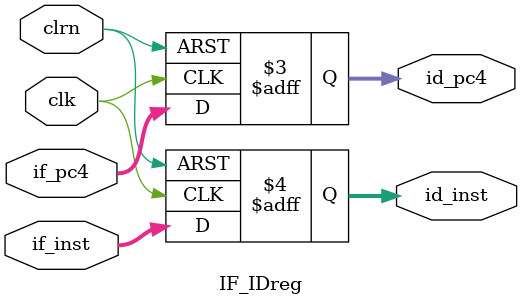
<source format=v>
`timescale 1ns / 1ps
module IF_IDreg(clk,clrn,if_pc4,if_inst,id_pc4,id_inst
    );
	 input [31:0] if_pc4,if_inst;
	 input clk,clrn;
	 output [31:0] id_pc4,id_inst;
	 
	 reg [31:0] id_pc4,id_inst;
	 
	 always @ (posedge clk or negedge clrn)
		if(clrn ==0 )
			begin 
				id_pc4<=0;
				id_inst<=0;
			end
		else
			begin
				id_pc4<=if_pc4;
				id_inst <=if_inst;
			end
endmodule

</source>
